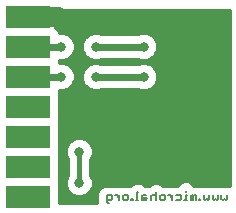
<source format=gbl>
G75*
%MOIN*%
%OFA0B0*%
%FSLAX25Y25*%
%IPPOS*%
%LPD*%
%AMOC8*
5,1,8,0,0,1.08239X$1,22.5*
%
%ADD10C,0.00500*%
%ADD11R,0.15000X0.07600*%
%ADD12C,0.01600*%
%ADD13C,0.06600*%
%ADD14C,0.03175*%
%ADD15C,0.02400*%
D10*
X0046644Y0005360D02*
X0046644Y0007612D01*
X0047995Y0007612D01*
X0048445Y0007162D01*
X0048445Y0006261D01*
X0047995Y0005811D01*
X0046644Y0005811D01*
X0046644Y0005360D02*
X0047094Y0004910D01*
X0047545Y0004910D01*
X0049550Y0007612D02*
X0050000Y0007612D01*
X0050901Y0006711D01*
X0050901Y0005811D02*
X0050901Y0007612D01*
X0052046Y0007162D02*
X0052496Y0007612D01*
X0053397Y0007612D01*
X0053847Y0007162D01*
X0053847Y0006261D01*
X0053397Y0005811D01*
X0052496Y0005811D01*
X0052046Y0006261D01*
X0052046Y0007162D01*
X0054870Y0006261D02*
X0054870Y0005811D01*
X0055320Y0005811D01*
X0055320Y0006261D01*
X0054870Y0006261D01*
X0056384Y0005811D02*
X0057285Y0005811D01*
X0056834Y0005811D02*
X0056834Y0008513D01*
X0057285Y0008513D01*
X0058430Y0007162D02*
X0058880Y0007612D01*
X0059781Y0007612D01*
X0059781Y0006711D02*
X0058430Y0006711D01*
X0058430Y0007162D02*
X0058430Y0005811D01*
X0059781Y0005811D01*
X0060231Y0006261D01*
X0059781Y0006711D01*
X0061376Y0007162D02*
X0061376Y0005811D01*
X0061376Y0007162D02*
X0061827Y0007612D01*
X0062727Y0007612D01*
X0063178Y0007162D01*
X0064323Y0007162D02*
X0064323Y0006261D01*
X0064773Y0005811D01*
X0065674Y0005811D01*
X0066124Y0006261D01*
X0066124Y0007162D01*
X0065674Y0007612D01*
X0064773Y0007612D01*
X0064323Y0007162D01*
X0063178Y0008513D02*
X0063178Y0005811D01*
X0067229Y0007612D02*
X0067679Y0007612D01*
X0068580Y0006711D01*
X0068580Y0005811D02*
X0068580Y0007612D01*
X0069725Y0007612D02*
X0071076Y0007612D01*
X0071526Y0007162D01*
X0071526Y0006261D01*
X0071076Y0005811D01*
X0069725Y0005811D01*
X0072590Y0005811D02*
X0073491Y0005811D01*
X0073040Y0005811D02*
X0073040Y0007612D01*
X0073491Y0007612D01*
X0073040Y0008513D02*
X0073040Y0008963D01*
X0074636Y0007162D02*
X0075086Y0007612D01*
X0075536Y0007162D01*
X0075536Y0005811D01*
X0074636Y0005811D02*
X0074636Y0007162D01*
X0075536Y0007162D02*
X0075987Y0007612D01*
X0076437Y0007612D01*
X0076437Y0005811D01*
X0077460Y0005811D02*
X0077460Y0006261D01*
X0077910Y0006261D01*
X0077910Y0005811D01*
X0077460Y0005811D01*
X0079055Y0006261D02*
X0079055Y0007612D01*
X0079055Y0006261D02*
X0079506Y0005811D01*
X0079956Y0006261D01*
X0080407Y0005811D01*
X0080857Y0006261D01*
X0080857Y0007612D01*
X0082002Y0007612D02*
X0082002Y0006261D01*
X0082452Y0005811D01*
X0082903Y0006261D01*
X0083353Y0005811D01*
X0083803Y0006261D01*
X0083803Y0007612D01*
X0084948Y0007612D02*
X0084948Y0006261D01*
X0085399Y0005811D01*
X0085849Y0006261D01*
X0086300Y0005811D01*
X0086750Y0006261D01*
X0086750Y0007612D01*
D11*
X0020500Y0007061D03*
X0020500Y0017061D03*
X0020500Y0027061D03*
X0020500Y0037061D03*
X0020500Y0047061D03*
X0020500Y0057061D03*
X0020500Y0067061D03*
D12*
X0021300Y0067600D02*
X0087300Y0067600D01*
X0087300Y0068861D02*
X0029800Y0068861D01*
X0029800Y0067861D01*
X0021300Y0067861D01*
X0021300Y0066261D01*
X0029800Y0066261D01*
X0029800Y0063579D01*
X0029813Y0063573D01*
X0030713Y0062673D01*
X0031055Y0061848D01*
X0032452Y0061848D01*
X0034212Y0061119D01*
X0035559Y0059773D01*
X0036287Y0058013D01*
X0036287Y0056108D01*
X0035559Y0054349D01*
X0034212Y0053002D01*
X0032452Y0052273D01*
X0031055Y0052273D01*
X0030967Y0052061D01*
X0031055Y0051848D01*
X0032452Y0051848D01*
X0034212Y0051119D01*
X0035559Y0049773D01*
X0036287Y0048013D01*
X0036287Y0046108D01*
X0035559Y0044349D01*
X0034212Y0043002D01*
X0032452Y0042273D01*
X0031055Y0042273D01*
X0030967Y0042061D01*
X0031200Y0041497D01*
X0031200Y0032624D01*
X0030967Y0032061D01*
X0031200Y0031497D01*
X0031200Y0022624D01*
X0030967Y0022061D01*
X0031200Y0021497D01*
X0031200Y0012624D01*
X0030967Y0012061D01*
X0031200Y0011497D01*
X0031200Y0005261D01*
X0043194Y0005261D01*
X0043194Y0005405D01*
X0043194Y0006046D01*
X0043194Y0006047D01*
X0043194Y0008298D01*
X0043719Y0009566D01*
X0044689Y0010537D01*
X0045957Y0011062D01*
X0047309Y0011062D01*
X0047309Y0011062D01*
X0048002Y0011062D01*
X0048681Y0011062D01*
X0048681Y0011062D01*
X0048681Y0011062D01*
X0048772Y0011024D01*
X0048863Y0011062D01*
X0051587Y0011062D01*
X0051698Y0011016D01*
X0051810Y0011062D01*
X0052711Y0011062D01*
X0052711Y0011062D01*
X0053404Y0011062D01*
X0054083Y0011062D01*
X0054083Y0011062D01*
X0054083Y0011062D01*
X0054381Y0010939D01*
X0054880Y0011438D01*
X0056148Y0011963D01*
X0057971Y0011963D01*
X0059239Y0011438D01*
X0059615Y0011062D01*
X0060467Y0011062D01*
X0060737Y0010951D01*
X0061224Y0011438D01*
X0062492Y0011963D01*
X0063864Y0011963D01*
X0065132Y0011438D01*
X0065508Y0011062D01*
X0066360Y0011062D01*
X0066360Y0011062D01*
X0066360Y0011062D01*
X0066451Y0011024D01*
X0066542Y0011062D01*
X0070260Y0011062D01*
X0071086Y0011888D01*
X0072354Y0012413D01*
X0073727Y0012413D01*
X0074995Y0011888D01*
X0075820Y0011062D01*
X0075979Y0011062D01*
X0076673Y0011062D01*
X0076673Y0011062D01*
X0077123Y0011062D01*
X0077746Y0010804D01*
X0078369Y0011062D01*
X0079742Y0011062D01*
X0079956Y0010973D01*
X0080171Y0011062D01*
X0082688Y0011062D01*
X0082903Y0010973D01*
X0083117Y0011062D01*
X0085635Y0011062D01*
X0085849Y0010973D01*
X0086064Y0011062D01*
X0087300Y0011062D01*
X0087300Y0068861D01*
X0087300Y0066001D02*
X0029800Y0066001D01*
X0029800Y0064403D02*
X0087300Y0064403D01*
X0087300Y0062804D02*
X0030582Y0062804D01*
X0034003Y0061206D02*
X0040497Y0061206D01*
X0040288Y0061119D02*
X0038941Y0059773D01*
X0038213Y0058013D01*
X0038213Y0056108D01*
X0038941Y0054349D01*
X0040288Y0053002D01*
X0042048Y0052273D01*
X0043952Y0052273D01*
X0044888Y0052661D01*
X0057112Y0052661D01*
X0058048Y0052273D01*
X0059952Y0052273D01*
X0061712Y0053002D01*
X0063059Y0054349D01*
X0063787Y0056108D01*
X0063787Y0058013D01*
X0063059Y0059773D01*
X0061712Y0061119D01*
X0059952Y0061848D01*
X0058048Y0061848D01*
X0057112Y0061461D01*
X0044888Y0061461D01*
X0043952Y0061848D01*
X0042048Y0061848D01*
X0040288Y0061119D01*
X0038873Y0059607D02*
X0035627Y0059607D01*
X0036287Y0058009D02*
X0038213Y0058009D01*
X0038213Y0056410D02*
X0036287Y0056410D01*
X0035750Y0054812D02*
X0038750Y0054812D01*
X0040077Y0053213D02*
X0034423Y0053213D01*
X0033016Y0051615D02*
X0041484Y0051615D01*
X0042048Y0051848D02*
X0040288Y0051119D01*
X0038941Y0049773D01*
X0038213Y0048013D01*
X0038213Y0046108D01*
X0038941Y0044349D01*
X0040288Y0043002D01*
X0042048Y0042273D01*
X0043952Y0042273D01*
X0044888Y0042661D01*
X0057112Y0042661D01*
X0058048Y0042273D01*
X0059952Y0042273D01*
X0061712Y0043002D01*
X0063059Y0044349D01*
X0063787Y0046108D01*
X0063787Y0048013D01*
X0063059Y0049773D01*
X0061712Y0051119D01*
X0059952Y0051848D01*
X0058048Y0051848D01*
X0057112Y0051461D01*
X0044888Y0051461D01*
X0043952Y0051848D01*
X0042048Y0051848D01*
X0044516Y0051615D02*
X0057484Y0051615D01*
X0060516Y0051615D02*
X0087300Y0051615D01*
X0087300Y0050016D02*
X0062815Y0050016D01*
X0063620Y0048417D02*
X0087300Y0048417D01*
X0087300Y0046819D02*
X0063787Y0046819D01*
X0063420Y0045220D02*
X0087300Y0045220D01*
X0087300Y0043622D02*
X0062332Y0043622D01*
X0061923Y0053213D02*
X0087300Y0053213D01*
X0087300Y0054812D02*
X0063250Y0054812D01*
X0063787Y0056410D02*
X0087300Y0056410D01*
X0087300Y0058009D02*
X0063787Y0058009D01*
X0063127Y0059607D02*
X0087300Y0059607D01*
X0087300Y0061206D02*
X0061503Y0061206D01*
X0039185Y0050016D02*
X0035315Y0050016D01*
X0036120Y0048417D02*
X0038380Y0048417D01*
X0038213Y0046819D02*
X0036287Y0046819D01*
X0035920Y0045220D02*
X0038580Y0045220D01*
X0039668Y0043622D02*
X0034832Y0043622D01*
X0030982Y0042023D02*
X0087300Y0042023D01*
X0087300Y0040425D02*
X0031200Y0040425D01*
X0031200Y0038826D02*
X0087300Y0038826D01*
X0087300Y0037228D02*
X0031200Y0037228D01*
X0031200Y0035629D02*
X0087300Y0035629D01*
X0087300Y0034031D02*
X0031200Y0034031D01*
X0031121Y0032432D02*
X0087300Y0032432D01*
X0087300Y0030834D02*
X0031200Y0030834D01*
X0031200Y0029235D02*
X0087300Y0029235D01*
X0087300Y0027637D02*
X0031200Y0027637D01*
X0031200Y0026038D02*
X0034707Y0026038D01*
X0034788Y0026119D02*
X0033441Y0024773D01*
X0032713Y0023013D01*
X0032713Y0021108D01*
X0033441Y0019349D01*
X0033500Y0019290D01*
X0033500Y0014331D01*
X0033441Y0014273D01*
X0032713Y0012513D01*
X0032713Y0010608D01*
X0033441Y0008849D01*
X0034788Y0007502D01*
X0036548Y0006773D01*
X0038452Y0006773D01*
X0040212Y0007502D01*
X0041559Y0008849D01*
X0042287Y0010608D01*
X0042287Y0012513D01*
X0041559Y0014273D01*
X0041500Y0014331D01*
X0041500Y0019290D01*
X0041559Y0019349D01*
X0042287Y0021108D01*
X0042287Y0023013D01*
X0041559Y0024773D01*
X0040212Y0026119D01*
X0038452Y0026848D01*
X0036548Y0026848D01*
X0034788Y0026119D01*
X0033304Y0024440D02*
X0031200Y0024440D01*
X0031200Y0022841D02*
X0032713Y0022841D01*
X0032713Y0021243D02*
X0031200Y0021243D01*
X0031200Y0019644D02*
X0033319Y0019644D01*
X0033500Y0018046D02*
X0031200Y0018046D01*
X0031200Y0016447D02*
X0033500Y0016447D01*
X0033500Y0014849D02*
X0031200Y0014849D01*
X0031200Y0013250D02*
X0033018Y0013250D01*
X0032713Y0011652D02*
X0031136Y0011652D01*
X0031200Y0010053D02*
X0032943Y0010053D01*
X0033836Y0008455D02*
X0031200Y0008455D01*
X0031200Y0006856D02*
X0036347Y0006856D01*
X0038652Y0006856D02*
X0043194Y0006856D01*
X0043258Y0008455D02*
X0041164Y0008455D01*
X0042057Y0010053D02*
X0044206Y0010053D01*
X0042287Y0011652D02*
X0055397Y0011652D01*
X0058722Y0011652D02*
X0061740Y0011652D01*
X0064615Y0011652D02*
X0070850Y0011652D01*
X0075231Y0011652D02*
X0087300Y0011652D01*
X0087300Y0013250D02*
X0041982Y0013250D01*
X0041500Y0014849D02*
X0087300Y0014849D01*
X0087300Y0016447D02*
X0041500Y0016447D01*
X0041500Y0018046D02*
X0087300Y0018046D01*
X0087300Y0019644D02*
X0041681Y0019644D01*
X0042287Y0021243D02*
X0087300Y0021243D01*
X0087300Y0022841D02*
X0042287Y0022841D01*
X0041696Y0024440D02*
X0087300Y0024440D01*
X0087300Y0026038D02*
X0040293Y0026038D01*
X0037500Y0022061D02*
X0037500Y0011561D01*
D13*
X0030500Y0067061D02*
X0020500Y0067061D01*
D14*
X0031500Y0057061D03*
X0043000Y0057061D03*
X0043000Y0047061D03*
X0031500Y0047061D03*
X0058000Y0067061D03*
X0059000Y0057061D03*
X0059000Y0047061D03*
X0078500Y0028061D03*
X0073500Y0014561D03*
X0066500Y0014561D03*
X0037500Y0011561D03*
X0037500Y0022061D03*
D15*
X0043000Y0047061D02*
X0059000Y0047061D01*
X0059000Y0057061D02*
X0043000Y0057061D01*
X0031500Y0057061D02*
X0020500Y0057061D01*
X0020500Y0047061D02*
X0031500Y0047061D01*
M02*

</source>
